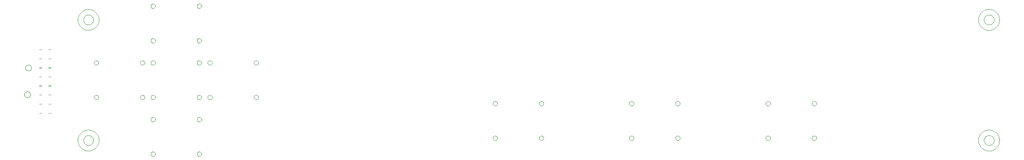
<source format=gbs>
*%FSLAX23Y23*%
*%MOIN*%
G01*
D46*
X9390Y7817D02*
D03*
Y7765D02*
D03*
X8921Y7986D02*
D03*
Y8470D02*
D03*
X8709Y7817D02*
D03*
Y7765D02*
D03*
X8717Y7521D02*
D03*
X8244Y7986D02*
D03*
Y8470D02*
D03*
X8154Y7517D02*
D03*
X7661Y7431D02*
D03*
X7732Y7568D02*
D03*
X7106Y7675D02*
D03*
D47*
X12543Y7797D02*
X12544D01*
X12543D02*
X12543Y7793D01*
X12544Y7789D01*
X12546Y7786D01*
X12549Y7783D01*
X12552Y7780D01*
X12556Y7779D01*
X12560Y7778D01*
X12564D01*
X12568Y7779D01*
X12572Y7780D01*
X12575Y7783D01*
X12578Y7786D01*
X12580Y7789D01*
X12581Y7793D01*
X12582Y7797D01*
X12583D01*
X12582D02*
X12581Y7801D01*
X12580Y7805D01*
X12578Y7809D01*
X12575Y7812D01*
X12572Y7814D01*
X12568Y7816D01*
X12564Y7817D01*
X12560D01*
X12556Y7816D01*
X12552Y7814D01*
X12549Y7812D01*
X12546Y7809D01*
X12544Y7805D01*
X12543Y7801D01*
X12543Y7797D01*
X12562D02*
D03*
X12543Y7497D02*
X12544D01*
X12543D02*
X12543Y7493D01*
X12544Y7489D01*
X12546Y7486D01*
X12549Y7483D01*
X12552Y7480D01*
X12556Y7479D01*
X12560Y7478D01*
X12564D01*
X12568Y7479D01*
X12572Y7480D01*
X12575Y7483D01*
X12578Y7486D01*
X12580Y7489D01*
X12581Y7493D01*
X12582Y7497D01*
X12583D01*
X12582D02*
X12581Y7501D01*
X12580Y7505D01*
X12578Y7509D01*
X12575Y7512D01*
X12572Y7514D01*
X12568Y7516D01*
X12564Y7517D01*
X12560D01*
X12556Y7516D01*
X12552Y7514D01*
X12549Y7512D01*
X12546Y7509D01*
X12544Y7505D01*
X12543Y7501D01*
X12543Y7497D01*
X12562D02*
D03*
X12143Y7797D02*
X12144D01*
X12143D02*
X12143Y7793D01*
X12144Y7789D01*
X12146Y7786D01*
X12149Y7783D01*
X12152Y7780D01*
X12156Y7779D01*
X12160Y7778D01*
X12164D01*
X12168Y7779D01*
X12172Y7780D01*
X12175Y7783D01*
X12178Y7786D01*
X12180Y7789D01*
X12181Y7793D01*
X12182Y7797D01*
X12183D01*
X12182D02*
X12181Y7801D01*
X12180Y7805D01*
X12178Y7809D01*
X12175Y7812D01*
X12172Y7814D01*
X12168Y7816D01*
X12164Y7817D01*
X12160D01*
X12156Y7816D01*
X12152Y7814D01*
X12149Y7812D01*
X12146Y7809D01*
X12144Y7805D01*
X12143Y7801D01*
X12143Y7797D01*
X12162D02*
D03*
X12143Y7497D02*
X12144D01*
X12143D02*
X12143Y7493D01*
X12144Y7489D01*
X12146Y7486D01*
X12149Y7483D01*
X12152Y7480D01*
X12156Y7479D01*
X12160Y7478D01*
X12164D01*
X12168Y7479D01*
X12172Y7480D01*
X12175Y7483D01*
X12178Y7486D01*
X12180Y7489D01*
X12181Y7493D01*
X12182Y7497D01*
X12183D01*
X12182D02*
X12181Y7501D01*
X12180Y7505D01*
X12178Y7509D01*
X12175Y7512D01*
X12172Y7514D01*
X12168Y7516D01*
X12164Y7517D01*
X12160D01*
X12156Y7516D01*
X12152Y7514D01*
X12149Y7512D01*
X12146Y7509D01*
X12144Y7505D01*
X12143Y7501D01*
X12143Y7497D01*
X12162D02*
D03*
X10181Y7797D02*
X10182D01*
X10181D02*
X10181Y7793D01*
X10182Y7789D01*
X10184Y7786D01*
X10187Y7783D01*
X10190Y7780D01*
X10194Y7779D01*
X10198Y7778D01*
X10202D01*
X10206Y7779D01*
X10210Y7780D01*
X10213Y7783D01*
X10216Y7786D01*
X10218Y7789D01*
X10219Y7793D01*
X10220Y7797D01*
X10221D01*
X10220D02*
X10219Y7801D01*
X10218Y7805D01*
X10216Y7809D01*
X10213Y7812D01*
X10210Y7814D01*
X10206Y7816D01*
X10202Y7817D01*
X10198D01*
X10194Y7816D01*
X10190Y7814D01*
X10187Y7812D01*
X10184Y7809D01*
X10182Y7805D01*
X10181Y7801D01*
X10181Y7797D01*
X10200D02*
D03*
X10181Y7497D02*
X10182D01*
X10181D02*
X10181Y7493D01*
X10182Y7489D01*
X10184Y7486D01*
X10187Y7483D01*
X10190Y7480D01*
X10194Y7479D01*
X10198Y7478D01*
X10202D01*
X10206Y7479D01*
X10210Y7480D01*
X10213Y7483D01*
X10216Y7486D01*
X10218Y7489D01*
X10219Y7493D01*
X10220Y7497D01*
X10221D01*
X10220D02*
X10219Y7501D01*
X10218Y7505D01*
X10216Y7509D01*
X10213Y7512D01*
X10210Y7514D01*
X10206Y7516D01*
X10202Y7517D01*
X10198D01*
X10194Y7516D01*
X10190Y7514D01*
X10187Y7512D01*
X10184Y7509D01*
X10182Y7505D01*
X10181Y7501D01*
X10181Y7497D01*
X10200D02*
D03*
X9781Y7797D02*
X9782D01*
X9781D02*
X9781Y7793D01*
X9782Y7789D01*
X9784Y7786D01*
X9787Y7783D01*
X9790Y7780D01*
X9794Y7779D01*
X9798Y7778D01*
X9802D01*
X9806Y7779D01*
X9810Y7780D01*
X9813Y7783D01*
X9816Y7786D01*
X9818Y7789D01*
X9819Y7793D01*
X9820Y7797D01*
X9821D01*
X9820D02*
X9819Y7801D01*
X9818Y7805D01*
X9816Y7809D01*
X9813Y7812D01*
X9810Y7814D01*
X9806Y7816D01*
X9802Y7817D01*
X9798D01*
X9794Y7816D01*
X9790Y7814D01*
X9787Y7812D01*
X9784Y7809D01*
X9782Y7805D01*
X9781Y7801D01*
X9781Y7797D01*
X9800D02*
D03*
X9781Y7497D02*
X9782D01*
X9781D02*
X9781Y7493D01*
X9782Y7489D01*
X9784Y7486D01*
X9787Y7483D01*
X9790Y7480D01*
X9794Y7479D01*
X9798Y7478D01*
X9802D01*
X9806Y7479D01*
X9810Y7480D01*
X9813Y7483D01*
X9816Y7486D01*
X9818Y7489D01*
X9819Y7493D01*
X9820Y7497D01*
X9821D01*
X9820D02*
X9819Y7501D01*
X9818Y7505D01*
X9816Y7509D01*
X9813Y7512D01*
X9810Y7514D01*
X9806Y7516D01*
X9802Y7517D01*
X9798D01*
X9794Y7516D01*
X9790Y7514D01*
X9787Y7512D01*
X9784Y7509D01*
X9782Y7505D01*
X9781Y7501D01*
X9781Y7497D01*
X9800D02*
D03*
X11362Y7797D02*
X11363D01*
X11362D02*
X11362Y7793D01*
X11363Y7789D01*
X11365Y7786D01*
X11368Y7783D01*
X11371Y7780D01*
X11375Y7779D01*
X11379Y7778D01*
X11383D01*
X11387Y7779D01*
X11391Y7780D01*
X11394Y7783D01*
X11397Y7786D01*
X11399Y7789D01*
X11400Y7793D01*
X11401Y7797D01*
X11402D01*
X11401D02*
X11400Y7801D01*
X11399Y7805D01*
X11397Y7809D01*
X11394Y7812D01*
X11391Y7814D01*
X11387Y7816D01*
X11383Y7817D01*
X11379D01*
X11375Y7816D01*
X11371Y7814D01*
X11368Y7812D01*
X11365Y7809D01*
X11363Y7805D01*
X11362Y7801D01*
X11362Y7797D01*
X11381D02*
D03*
X11362Y7497D02*
X11363D01*
X11362D02*
X11362Y7493D01*
X11363Y7489D01*
X11365Y7486D01*
X11368Y7483D01*
X11371Y7480D01*
X11375Y7479D01*
X11379Y7478D01*
X11383D01*
X11387Y7479D01*
X11391Y7480D01*
X11394Y7483D01*
X11397Y7486D01*
X11399Y7489D01*
X11400Y7493D01*
X11401Y7497D01*
X11402D01*
X11401D02*
X11400Y7501D01*
X11399Y7505D01*
X11397Y7509D01*
X11394Y7512D01*
X11391Y7514D01*
X11387Y7516D01*
X11383Y7517D01*
X11379D01*
X11375Y7516D01*
X11371Y7514D01*
X11368Y7512D01*
X11365Y7509D01*
X11363Y7505D01*
X11362Y7501D01*
X11362Y7497D01*
X11381D02*
D03*
X10962Y7797D02*
X10963D01*
X10962D02*
X10962Y7793D01*
X10963Y7789D01*
X10965Y7786D01*
X10968Y7783D01*
X10971Y7780D01*
X10975Y7779D01*
X10979Y7778D01*
X10983D01*
X10987Y7779D01*
X10991Y7780D01*
X10994Y7783D01*
X10997Y7786D01*
X10999Y7789D01*
X11000Y7793D01*
X11001Y7797D01*
X11002D01*
X11001D02*
X11000Y7801D01*
X10999Y7805D01*
X10997Y7809D01*
X10994Y7812D01*
X10991Y7814D01*
X10987Y7816D01*
X10983Y7817D01*
X10979D01*
X10975Y7816D01*
X10971Y7814D01*
X10968Y7812D01*
X10965Y7809D01*
X10963Y7805D01*
X10962Y7801D01*
X10962Y7797D01*
X10981D02*
D03*
X10962Y7497D02*
X10963D01*
X10962D02*
X10962Y7493D01*
X10963Y7489D01*
X10965Y7486D01*
X10968Y7483D01*
X10971Y7480D01*
X10975Y7479D01*
X10979Y7478D01*
X10983D01*
X10987Y7479D01*
X10991Y7480D01*
X10994Y7483D01*
X10997Y7486D01*
X10999Y7489D01*
X11000Y7493D01*
X11001Y7497D01*
X11002D01*
X11001D02*
X11000Y7501D01*
X10999Y7505D01*
X10997Y7509D01*
X10994Y7512D01*
X10991Y7514D01*
X10987Y7516D01*
X10983Y7517D01*
X10979D01*
X10975Y7516D01*
X10971Y7514D01*
X10968Y7512D01*
X10965Y7509D01*
X10963Y7505D01*
X10962Y7501D01*
X10962Y7497D01*
X10981D02*
D03*
X7220Y8644D02*
X7221D01*
X7220D02*
X7220Y8640D01*
X7222Y8636D01*
X7224Y8632D01*
X7226Y8629D01*
X7230Y8627D01*
X7233Y8625D01*
X7237Y8624D01*
X7241D01*
X7245Y8625D01*
X7249Y8627D01*
X7252Y8629D01*
X7255Y8632D01*
X7257Y8636D01*
X7258Y8640D01*
X7259Y8644D01*
X7260D01*
X7259D02*
X7258Y8648D01*
X7257Y8652D01*
X7255Y8655D01*
X7252Y8658D01*
X7249Y8661D01*
X7245Y8662D01*
X7241Y8663D01*
X7237D01*
X7233Y8662D01*
X7230Y8661D01*
X7226Y8658D01*
X7224Y8655D01*
X7222Y8652D01*
X7220Y8648D01*
X7220Y8644D01*
X7239D02*
D03*
X7220Y8344D02*
X7221D01*
X7220D02*
X7220Y8340D01*
X7222Y8336D01*
X7224Y8332D01*
X7226Y8329D01*
X7230Y8327D01*
X7233Y8325D01*
X7237Y8324D01*
X7241D01*
X7245Y8325D01*
X7249Y8327D01*
X7252Y8329D01*
X7255Y8332D01*
X7257Y8336D01*
X7258Y8340D01*
X7259Y8344D01*
X7260D01*
X7259D02*
X7258Y8348D01*
X7257Y8352D01*
X7255Y8355D01*
X7252Y8358D01*
X7249Y8361D01*
X7245Y8362D01*
X7241Y8363D01*
X7237D01*
X7233Y8362D01*
X7230Y8361D01*
X7226Y8358D01*
X7224Y8355D01*
X7222Y8352D01*
X7220Y8348D01*
X7220Y8344D01*
X7239D02*
D03*
X6820Y8644D02*
X6821D01*
X6820D02*
X6820Y8640D01*
X6822Y8636D01*
X6824Y8632D01*
X6826Y8629D01*
X6830Y8627D01*
X6833Y8625D01*
X6837Y8624D01*
X6841D01*
X6845Y8625D01*
X6849Y8627D01*
X6852Y8629D01*
X6855Y8632D01*
X6857Y8636D01*
X6858Y8640D01*
X6859Y8644D01*
X6860D01*
X6859D02*
X6858Y8648D01*
X6857Y8652D01*
X6855Y8655D01*
X6852Y8658D01*
X6849Y8661D01*
X6845Y8662D01*
X6841Y8663D01*
X6837D01*
X6833Y8662D01*
X6830Y8661D01*
X6826Y8658D01*
X6824Y8655D01*
X6822Y8652D01*
X6820Y8648D01*
X6820Y8644D01*
X6839D02*
D03*
X6820Y8344D02*
X6821D01*
X6820D02*
X6820Y8340D01*
X6822Y8336D01*
X6824Y8332D01*
X6826Y8329D01*
X6830Y8327D01*
X6833Y8325D01*
X6837Y8324D01*
X6841D01*
X6845Y8325D01*
X6849Y8327D01*
X6852Y8329D01*
X6855Y8332D01*
X6857Y8336D01*
X6858Y8340D01*
X6859Y8344D01*
X6860D01*
X6859D02*
X6858Y8348D01*
X6857Y8352D01*
X6855Y8355D01*
X6852Y8358D01*
X6849Y8361D01*
X6845Y8362D01*
X6841Y8363D01*
X6837D01*
X6833Y8362D01*
X6830Y8361D01*
X6826Y8358D01*
X6824Y8355D01*
X6822Y8352D01*
X6820Y8348D01*
X6820Y8344D01*
X6839D02*
D03*
X6820Y7359D02*
X6821D01*
X6820D02*
X6820Y7355D01*
X6822Y7351D01*
X6824Y7348D01*
X6826Y7345D01*
X6830Y7343D01*
X6833Y7341D01*
X6837Y7340D01*
X6841D01*
X6845Y7341D01*
X6849Y7343D01*
X6852Y7345D01*
X6855Y7348D01*
X6857Y7351D01*
X6858Y7355D01*
X6859Y7359D01*
X6860D01*
X6859D02*
X6858Y7363D01*
X6857Y7367D01*
X6855Y7371D01*
X6852Y7374D01*
X6849Y7376D01*
X6845Y7378D01*
X6841Y7379D01*
X6837D01*
X6833Y7378D01*
X6830Y7376D01*
X6826Y7374D01*
X6824Y7371D01*
X6822Y7367D01*
X6820Y7363D01*
X6820Y7359D01*
X6839D02*
D03*
X6820Y7659D02*
X6821D01*
X6820D02*
X6820Y7655D01*
X6822Y7651D01*
X6824Y7648D01*
X6826Y7645D01*
X6830Y7643D01*
X6833Y7641D01*
X6837Y7640D01*
X6841D01*
X6845Y7641D01*
X6849Y7643D01*
X6852Y7645D01*
X6855Y7648D01*
X6857Y7651D01*
X6858Y7655D01*
X6859Y7659D01*
X6860D01*
X6859D02*
X6858Y7663D01*
X6857Y7667D01*
X6855Y7671D01*
X6852Y7674D01*
X6849Y7676D01*
X6845Y7678D01*
X6841Y7679D01*
X6837D01*
X6833Y7678D01*
X6830Y7676D01*
X6826Y7674D01*
X6824Y7671D01*
X6822Y7667D01*
X6820Y7663D01*
X6820Y7659D01*
X6839D02*
D03*
X7220Y7359D02*
X7221D01*
X7220D02*
X7220Y7355D01*
X7222Y7351D01*
X7224Y7348D01*
X7226Y7345D01*
X7230Y7343D01*
X7233Y7341D01*
X7237Y7340D01*
X7241D01*
X7245Y7341D01*
X7249Y7343D01*
X7252Y7345D01*
X7255Y7348D01*
X7257Y7351D01*
X7258Y7355D01*
X7259Y7359D01*
X7260D01*
X7259D02*
X7258Y7363D01*
X7257Y7367D01*
X7255Y7371D01*
X7252Y7374D01*
X7249Y7376D01*
X7245Y7378D01*
X7241Y7379D01*
X7237D01*
X7233Y7378D01*
X7230Y7376D01*
X7226Y7374D01*
X7224Y7371D01*
X7222Y7367D01*
X7220Y7363D01*
X7220Y7359D01*
X7239D02*
D03*
X7220Y7659D02*
X7221D01*
X7220D02*
X7220Y7655D01*
X7222Y7651D01*
X7224Y7648D01*
X7226Y7645D01*
X7230Y7643D01*
X7233Y7641D01*
X7237Y7640D01*
X7241D01*
X7245Y7641D01*
X7249Y7643D01*
X7252Y7645D01*
X7255Y7648D01*
X7257Y7651D01*
X7258Y7655D01*
X7259Y7659D01*
X7260D01*
X7259D02*
X7258Y7663D01*
X7257Y7667D01*
X7255Y7671D01*
X7252Y7674D01*
X7249Y7676D01*
X7245Y7678D01*
X7241Y7679D01*
X7237D01*
X7233Y7678D01*
X7230Y7676D01*
X7226Y7674D01*
X7224Y7671D01*
X7222Y7667D01*
X7220Y7663D01*
X7220Y7659D01*
X7239D02*
D03*
X7220Y8152D02*
X7221D01*
X7220D02*
X7220Y8147D01*
X7222Y8144D01*
X7224Y8140D01*
X7226Y8137D01*
X7230Y8135D01*
X7233Y8133D01*
X7237Y8132D01*
X7241D01*
X7245Y8133D01*
X7249Y8135D01*
X7252Y8137D01*
X7255Y8140D01*
X7257Y8144D01*
X7258Y8147D01*
X7259Y8152D01*
X7260D01*
X7259D02*
X7258Y8156D01*
X7257Y8159D01*
X7255Y8163D01*
X7252Y8166D01*
X7249Y8168D01*
X7245Y8170D01*
X7241Y8171D01*
X7237D01*
X7233Y8170D01*
X7230Y8168D01*
X7226Y8166D01*
X7224Y8163D01*
X7222Y8159D01*
X7220Y8156D01*
X7220Y8152D01*
X7239D02*
D03*
X7220Y7852D02*
X7221D01*
X7220D02*
X7220Y7847D01*
X7222Y7844D01*
X7224Y7840D01*
X7226Y7837D01*
X7230Y7835D01*
X7233Y7833D01*
X7237Y7832D01*
X7241D01*
X7245Y7833D01*
X7249Y7835D01*
X7252Y7837D01*
X7255Y7840D01*
X7257Y7844D01*
X7258Y7847D01*
X7259Y7852D01*
X7260D01*
X7259D02*
X7258Y7856D01*
X7257Y7859D01*
X7255Y7863D01*
X7252Y7866D01*
X7249Y7868D01*
X7245Y7870D01*
X7241Y7871D01*
X7237D01*
X7233Y7870D01*
X7230Y7868D01*
X7226Y7866D01*
X7224Y7863D01*
X7222Y7859D01*
X7220Y7856D01*
X7220Y7852D01*
X7239D02*
D03*
X6820Y8152D02*
X6821D01*
X6820D02*
X6820Y8147D01*
X6822Y8144D01*
X6824Y8140D01*
X6826Y8137D01*
X6830Y8135D01*
X6833Y8133D01*
X6837Y8132D01*
X6841D01*
X6845Y8133D01*
X6849Y8135D01*
X6852Y8137D01*
X6855Y8140D01*
X6857Y8144D01*
X6858Y8147D01*
X6859Y8152D01*
X6860D01*
X6859D02*
X6858Y8156D01*
X6857Y8159D01*
X6855Y8163D01*
X6852Y8166D01*
X6849Y8168D01*
X6845Y8170D01*
X6841Y8171D01*
X6837D01*
X6833Y8170D01*
X6830Y8168D01*
X6826Y8166D01*
X6824Y8163D01*
X6822Y8159D01*
X6820Y8156D01*
X6820Y8152D01*
X6839D02*
D03*
X6820Y7852D02*
X6821D01*
X6820D02*
X6820Y7847D01*
X6822Y7844D01*
X6824Y7840D01*
X6826Y7837D01*
X6830Y7835D01*
X6833Y7833D01*
X6837Y7832D01*
X6841D01*
X6845Y7833D01*
X6849Y7835D01*
X6852Y7837D01*
X6855Y7840D01*
X6857Y7844D01*
X6858Y7847D01*
X6859Y7852D01*
X6860D01*
X6859D02*
X6858Y7856D01*
X6857Y7859D01*
X6855Y7863D01*
X6852Y7866D01*
X6849Y7868D01*
X6845Y7870D01*
X6841Y7871D01*
X6837D01*
X6833Y7870D01*
X6830Y7868D01*
X6826Y7866D01*
X6824Y7863D01*
X6822Y7859D01*
X6820Y7856D01*
X6820Y7852D01*
X6839D02*
D03*
X7712Y8152D02*
X7713D01*
X7712D02*
X7712Y8147D01*
X7714Y8144D01*
X7716Y8140D01*
X7718Y8137D01*
X7722Y8135D01*
X7725Y8133D01*
X7729Y8132D01*
X7734D01*
X7738Y8133D01*
X7741Y8135D01*
X7745Y8137D01*
X7747Y8140D01*
X7749Y8144D01*
X7751Y8147D01*
X7751Y8152D01*
X7752D01*
X7751D02*
X7751Y8156D01*
X7749Y8159D01*
X7747Y8163D01*
X7745Y8166D01*
X7741Y8168D01*
X7738Y8170D01*
X7734Y8171D01*
X7729D01*
X7725Y8170D01*
X7722Y8168D01*
X7718Y8166D01*
X7716Y8163D01*
X7714Y8159D01*
X7712Y8156D01*
X7712Y8152D01*
X7732D02*
D03*
X7712Y7852D02*
X7713D01*
X7712D02*
X7712Y7847D01*
X7714Y7844D01*
X7716Y7840D01*
X7718Y7837D01*
X7722Y7835D01*
X7725Y7833D01*
X7729Y7832D01*
X7734D01*
X7738Y7833D01*
X7741Y7835D01*
X7745Y7837D01*
X7747Y7840D01*
X7749Y7844D01*
X7751Y7847D01*
X7751Y7852D01*
X7752D01*
X7751D02*
X7751Y7856D01*
X7749Y7859D01*
X7747Y7863D01*
X7745Y7866D01*
X7741Y7868D01*
X7738Y7870D01*
X7734Y7871D01*
X7729D01*
X7725Y7870D01*
X7722Y7868D01*
X7718Y7866D01*
X7716Y7863D01*
X7714Y7859D01*
X7712Y7856D01*
X7712Y7852D01*
X7732D02*
D03*
X7312Y8152D02*
X7313D01*
X7312D02*
X7312Y8147D01*
X7314Y8144D01*
X7316Y8140D01*
X7318Y8137D01*
X7322Y8135D01*
X7325Y8133D01*
X7329Y8132D01*
X7334D01*
X7338Y8133D01*
X7341Y8135D01*
X7345Y8137D01*
X7347Y8140D01*
X7349Y8144D01*
X7351Y8147D01*
X7351Y8152D01*
X7352D01*
X7351D02*
X7351Y8156D01*
X7349Y8159D01*
X7347Y8163D01*
X7345Y8166D01*
X7341Y8168D01*
X7338Y8170D01*
X7334Y8171D01*
X7329D01*
X7325Y8170D01*
X7322Y8168D01*
X7318Y8166D01*
X7316Y8163D01*
X7314Y8159D01*
X7312Y8156D01*
X7312Y8152D01*
X7332D02*
D03*
X7312Y7852D02*
X7313D01*
X7312D02*
X7312Y7847D01*
X7314Y7844D01*
X7316Y7840D01*
X7318Y7837D01*
X7322Y7835D01*
X7325Y7833D01*
X7329Y7832D01*
X7334D01*
X7338Y7833D01*
X7341Y7835D01*
X7345Y7837D01*
X7347Y7840D01*
X7349Y7844D01*
X7351Y7847D01*
X7351Y7852D01*
X7352D01*
X7351D02*
X7351Y7856D01*
X7349Y7859D01*
X7347Y7863D01*
X7345Y7866D01*
X7341Y7868D01*
X7338Y7870D01*
X7334Y7871D01*
X7329D01*
X7325Y7870D01*
X7322Y7868D01*
X7318Y7866D01*
X7316Y7863D01*
X7314Y7859D01*
X7312Y7856D01*
X7312Y7852D01*
X7332D02*
D03*
X6328D02*
X6329D01*
X6328D02*
X6328Y7847D01*
X6329Y7844D01*
X6331Y7840D01*
X6334Y7837D01*
X6338Y7835D01*
X6341Y7833D01*
X6345Y7832D01*
X6349D01*
X6353Y7833D01*
X6357Y7835D01*
X6360Y7837D01*
X6363Y7840D01*
X6365Y7844D01*
X6366Y7847D01*
X6367Y7852D01*
X6368D01*
X6367D02*
X6366Y7856D01*
X6365Y7859D01*
X6363Y7863D01*
X6360Y7866D01*
X6357Y7868D01*
X6353Y7870D01*
X6349Y7871D01*
X6345D01*
X6341Y7870D01*
X6338Y7868D01*
X6334Y7866D01*
X6331Y7863D01*
X6329Y7859D01*
X6328Y7856D01*
X6328Y7852D01*
X6347D02*
D03*
X6328Y8152D02*
X6329D01*
X6328D02*
X6328Y8147D01*
X6329Y8144D01*
X6331Y8140D01*
X6334Y8137D01*
X6338Y8135D01*
X6341Y8133D01*
X6345Y8132D01*
X6349D01*
X6353Y8133D01*
X6357Y8135D01*
X6360Y8137D01*
X6363Y8140D01*
X6365Y8144D01*
X6366Y8147D01*
X6367Y8152D01*
X6368D01*
X6367D02*
X6366Y8156D01*
X6365Y8159D01*
X6363Y8163D01*
X6360Y8166D01*
X6357Y8168D01*
X6353Y8170D01*
X6349Y8171D01*
X6345D01*
X6341Y8170D01*
X6338Y8168D01*
X6334Y8166D01*
X6331Y8163D01*
X6329Y8159D01*
X6328Y8156D01*
X6328Y8152D01*
X6347D02*
D03*
X6728Y7852D02*
X6729D01*
X6728D02*
X6728Y7847D01*
X6729Y7844D01*
X6731Y7840D01*
X6734Y7837D01*
X6738Y7835D01*
X6741Y7833D01*
X6745Y7832D01*
X6749D01*
X6753Y7833D01*
X6757Y7835D01*
X6760Y7837D01*
X6763Y7840D01*
X6765Y7844D01*
X6766Y7847D01*
X6767Y7852D01*
X6768D01*
X6767D02*
X6766Y7856D01*
X6765Y7859D01*
X6763Y7863D01*
X6760Y7866D01*
X6757Y7868D01*
X6753Y7870D01*
X6749Y7871D01*
X6745D01*
X6741Y7870D01*
X6738Y7868D01*
X6734Y7866D01*
X6731Y7863D01*
X6729Y7859D01*
X6728Y7856D01*
X6728Y7852D01*
X6747D02*
D03*
X6728Y8152D02*
X6729D01*
X6728D02*
X6728Y8147D01*
X6729Y8144D01*
X6731Y8140D01*
X6734Y8137D01*
X6738Y8135D01*
X6741Y8133D01*
X6745Y8132D01*
X6749D01*
X6753Y8133D01*
X6757Y8135D01*
X6760Y8137D01*
X6763Y8140D01*
X6765Y8144D01*
X6766Y8147D01*
X6767Y8152D01*
X6768D01*
X6767D02*
X6766Y8156D01*
X6765Y8159D01*
X6763Y8163D01*
X6760Y8166D01*
X6757Y8168D01*
X6753Y8170D01*
X6749Y8171D01*
X6745D01*
X6741Y8170D01*
X6738Y8168D01*
X6734Y8166D01*
X6731Y8163D01*
X6729Y8159D01*
X6728Y8156D01*
X6728Y8152D01*
X6747D02*
D03*
D53*
X13984Y8525D02*
X13985D01*
X13984D02*
X13984Y8515D01*
X13986Y8504D01*
X13989Y8494D01*
X13994Y8484D01*
X13999Y8475D01*
X14005Y8467D01*
X14012Y8459D01*
X14020Y8452D01*
X14029Y8446D01*
X14039Y8442D01*
X14049Y8438D01*
X14059Y8436D01*
X14070Y8434D01*
X14080D01*
X14091Y8436D01*
X14101Y8438D01*
X14111Y8442D01*
X14120Y8446D01*
X14129Y8452D01*
X14137Y8459D01*
X14145Y8467D01*
X14151Y8475D01*
X14156Y8484D01*
X14160Y8494D01*
X14163Y8504D01*
X14165Y8515D01*
X14166Y8525D01*
X14167D01*
X14166D02*
X14165Y8536D01*
X14163Y8546D01*
X14160Y8556D01*
X14156Y8566D01*
X14151Y8575D01*
X14145Y8584D01*
X14137Y8591D01*
X14129Y8598D01*
X14120Y8604D01*
X14111Y8609D01*
X14101Y8612D01*
X14091Y8615D01*
X14080Y8616D01*
X14070D01*
X14059Y8615D01*
X14049Y8612D01*
X14039Y8609D01*
X14029Y8604D01*
X14020Y8598D01*
X14012Y8591D01*
X14005Y8584D01*
X13999Y8575D01*
X13994Y8566D01*
X13989Y8556D01*
X13986Y8546D01*
X13984Y8536D01*
X13984Y8525D01*
X14032D02*
X14033D01*
X14032D02*
X14033Y8516D01*
X14036Y8508D01*
X14040Y8500D01*
X14046Y8493D01*
X14053Y8488D01*
X14062Y8484D01*
X14070Y8482D01*
X14079D01*
X14088Y8484D01*
X14096Y8488D01*
X14104Y8493D01*
X14110Y8500D01*
X14114Y8508D01*
X14117Y8516D01*
X14118Y8525D01*
X14119D01*
X14118D02*
X14117Y8534D01*
X14114Y8543D01*
X14110Y8550D01*
X14104Y8557D01*
X14096Y8562D01*
X14088Y8566D01*
X14079Y8568D01*
X14070D01*
X14062Y8566D01*
X14053Y8562D01*
X14046Y8557D01*
X14040Y8550D01*
X14036Y8543D01*
X14033Y8534D01*
X14032Y8525D01*
X14075D02*
D03*
X13984Y7478D02*
X13985D01*
X13984D02*
X13984Y7467D01*
X13986Y7457D01*
X13989Y7447D01*
X13994Y7437D01*
X13999Y7428D01*
X14005Y7419D01*
X14012Y7412D01*
X14020Y7405D01*
X14029Y7399D01*
X14039Y7394D01*
X14049Y7391D01*
X14059Y7388D01*
X14070Y7387D01*
X14080D01*
X14091Y7388D01*
X14101Y7391D01*
X14111Y7394D01*
X14120Y7399D01*
X14129Y7405D01*
X14137Y7412D01*
X14145Y7419D01*
X14151Y7428D01*
X14156Y7437D01*
X14160Y7447D01*
X14163Y7457D01*
X14165Y7467D01*
X14166Y7478D01*
X14167D01*
X14166D02*
X14165Y7488D01*
X14163Y7499D01*
X14160Y7509D01*
X14156Y7519D01*
X14151Y7528D01*
X14145Y7536D01*
X14137Y7544D01*
X14129Y7551D01*
X14120Y7557D01*
X14111Y7561D01*
X14101Y7565D01*
X14091Y7568D01*
X14080Y7569D01*
X14070D01*
X14059Y7568D01*
X14049Y7565D01*
X14039Y7561D01*
X14029Y7557D01*
X14020Y7551D01*
X14012Y7544D01*
X14005Y7536D01*
X13999Y7528D01*
X13994Y7519D01*
X13989Y7509D01*
X13986Y7499D01*
X13984Y7488D01*
X13984Y7478D01*
X14032D02*
X14033D01*
X14032D02*
X14033Y7469D01*
X14036Y7460D01*
X14040Y7453D01*
X14046Y7446D01*
X14053Y7441D01*
X14062Y7437D01*
X14070Y7435D01*
X14079D01*
X14088Y7437D01*
X14096Y7441D01*
X14104Y7446D01*
X14110Y7453D01*
X14114Y7460D01*
X14117Y7469D01*
X14118Y7478D01*
X14119D01*
X14118D02*
X14117Y7487D01*
X14114Y7495D01*
X14110Y7503D01*
X14104Y7510D01*
X14096Y7515D01*
X14088Y7519D01*
X14079Y7521D01*
X14070D01*
X14062Y7519D01*
X14053Y7515D01*
X14046Y7510D01*
X14040Y7503D01*
X14036Y7495D01*
X14033Y7487D01*
X14032Y7478D01*
X14075D02*
D03*
X6189Y8525D02*
X6190D01*
X6189D02*
X6189Y8515D01*
X6191Y8504D01*
X6194Y8494D01*
X6198Y8484D01*
X6204Y8475D01*
X6210Y8467D01*
X6217Y8459D01*
X6225Y8452D01*
X6234Y8446D01*
X6244Y8442D01*
X6253Y8438D01*
X6264Y8436D01*
X6274Y8434D01*
X6285D01*
X6295Y8436D01*
X6306Y8438D01*
X6316Y8442D01*
X6325Y8446D01*
X6334Y8452D01*
X6342Y8459D01*
X6349Y8467D01*
X6356Y8475D01*
X6361Y8484D01*
X6365Y8494D01*
X6368Y8504D01*
X6370Y8515D01*
X6371Y8525D01*
X6372D01*
X6371D02*
X6370Y8536D01*
X6368Y8546D01*
X6365Y8556D01*
X6361Y8566D01*
X6356Y8575D01*
X6349Y8584D01*
X6342Y8591D01*
X6334Y8598D01*
X6325Y8604D01*
X6316Y8609D01*
X6306Y8612D01*
X6295Y8615D01*
X6285Y8616D01*
X6274D01*
X6264Y8615D01*
X6253Y8612D01*
X6244Y8609D01*
X6234Y8604D01*
X6225Y8598D01*
X6217Y8591D01*
X6210Y8584D01*
X6204Y8575D01*
X6198Y8566D01*
X6194Y8556D01*
X6191Y8546D01*
X6189Y8536D01*
X6189Y8525D01*
X6237D02*
X6238D01*
X6237D02*
X6237Y8516D01*
X6240Y8508D01*
X6245Y8500D01*
X6251Y8493D01*
X6258Y8488D01*
X6266Y8484D01*
X6275Y8482D01*
X6284D01*
X6293Y8484D01*
X6301Y8488D01*
X6308Y8493D01*
X6314Y8500D01*
X6319Y8508D01*
X6322Y8516D01*
X6323Y8525D01*
X6324D01*
X6323D02*
X6322Y8534D01*
X6319Y8543D01*
X6314Y8550D01*
X6308Y8557D01*
X6301Y8562D01*
X6293Y8566D01*
X6284Y8568D01*
X6275D01*
X6266Y8566D01*
X6258Y8562D01*
X6251Y8557D01*
X6245Y8550D01*
X6240Y8543D01*
X6237Y8534D01*
X6237Y8525D01*
X6280D02*
D03*
X5726Y7876D02*
X5727D01*
X5726D02*
X5726Y7870D01*
X5728Y7865D01*
X5731Y7860D01*
X5734Y7856D01*
X5739Y7853D01*
X5744Y7851D01*
X5749Y7849D01*
X5755D01*
X5760Y7851D01*
X5765Y7853D01*
X5770Y7856D01*
X5773Y7860D01*
X5776Y7865D01*
X5778Y7870D01*
X5778Y7876D01*
X5779D01*
X5778D02*
X5778Y7881D01*
X5776Y7886D01*
X5773Y7891D01*
X5770Y7895D01*
X5765Y7898D01*
X5760Y7900D01*
X5755Y7902D01*
X5749D01*
X5744Y7900D01*
X5739Y7898D01*
X5734Y7895D01*
X5731Y7891D01*
X5728Y7886D01*
X5726Y7881D01*
X5726Y7876D01*
X5752D02*
D03*
X5734Y8108D02*
X5735D01*
X5734D02*
X5734Y8102D01*
X5736Y8097D01*
X5739Y8092D01*
X5742Y8088D01*
X5747Y8085D01*
X5752Y8083D01*
X5757Y8082D01*
X5763D01*
X5768Y8083D01*
X5773Y8085D01*
X5777Y8088D01*
X5781Y8092D01*
X5784Y8097D01*
X5786Y8102D01*
X5786Y8108D01*
X5787D01*
X5786D02*
X5786Y8113D01*
X5784Y8119D01*
X5781Y8123D01*
X5777Y8127D01*
X5773Y8131D01*
X5768Y8133D01*
X5763Y8134D01*
X5757D01*
X5752Y8133D01*
X5747Y8131D01*
X5742Y8127D01*
X5739Y8123D01*
X5736Y8119D01*
X5734Y8113D01*
X5734Y8108D01*
X5760D02*
D03*
X6189Y7478D02*
X6190D01*
X6189D02*
X6189Y7467D01*
X6191Y7457D01*
X6194Y7447D01*
X6198Y7437D01*
X6204Y7428D01*
X6210Y7419D01*
X6217Y7412D01*
X6225Y7405D01*
X6234Y7399D01*
X6244Y7394D01*
X6253Y7391D01*
X6264Y7388D01*
X6274Y7387D01*
X6285D01*
X6295Y7388D01*
X6306Y7391D01*
X6316Y7394D01*
X6325Y7399D01*
X6334Y7405D01*
X6342Y7412D01*
X6349Y7419D01*
X6356Y7428D01*
X6361Y7437D01*
X6365Y7447D01*
X6368Y7457D01*
X6370Y7467D01*
X6371Y7478D01*
X6372D01*
X6371D02*
X6370Y7488D01*
X6368Y7499D01*
X6365Y7509D01*
X6361Y7519D01*
X6356Y7528D01*
X6349Y7536D01*
X6342Y7544D01*
X6334Y7551D01*
X6325Y7557D01*
X6316Y7561D01*
X6306Y7565D01*
X6295Y7568D01*
X6285Y7569D01*
X6274D01*
X6264Y7568D01*
X6253Y7565D01*
X6244Y7561D01*
X6234Y7557D01*
X6225Y7551D01*
X6217Y7544D01*
X6210Y7536D01*
X6204Y7528D01*
X6198Y7519D01*
X6194Y7509D01*
X6191Y7499D01*
X6189Y7488D01*
X6189Y7478D01*
X6237D02*
X6238D01*
X6237D02*
X6237Y7469D01*
X6240Y7460D01*
X6245Y7453D01*
X6251Y7446D01*
X6258Y7441D01*
X6266Y7437D01*
X6275Y7435D01*
X6284D01*
X6293Y7437D01*
X6301Y7441D01*
X6308Y7446D01*
X6314Y7453D01*
X6319Y7460D01*
X6322Y7469D01*
X6323Y7478D01*
X6324D01*
X6323D02*
X6322Y7487D01*
X6319Y7495D01*
X6314Y7503D01*
X6308Y7510D01*
X6301Y7515D01*
X6293Y7519D01*
X6284Y7521D01*
X6275D01*
X6266Y7519D01*
X6258Y7515D01*
X6251Y7510D01*
X6245Y7503D01*
X6240Y7495D01*
X6237Y7487D01*
X6237Y7478D01*
X6280D02*
D03*
D65*
X13111Y8301D02*
D03*
X13211D02*
D03*
X13111Y8065D02*
D03*
X13211D02*
D03*
X13111Y7828D02*
D03*
X13211D02*
D03*
X12037Y7927D02*
D03*
X12137D02*
D03*
D134*
X5934Y7714D02*
X5955D01*
Y7715D01*
X5934D01*
Y7714D01*
X5855Y8187D02*
X5876D01*
Y8188D01*
X5855D01*
Y8187D01*
X5934D02*
X5955D01*
Y8188D01*
X5934D01*
Y8187D01*
X5855Y8108D02*
X5876D01*
Y8109D01*
X5855D01*
Y8108D01*
X5934D02*
X5955D01*
Y8109D01*
X5934D01*
Y8108D01*
X5855Y8029D02*
X5876D01*
Y8030D01*
X5855D01*
Y8029D01*
X5934D02*
X5955D01*
Y8030D01*
X5934D01*
Y8029D01*
X5855Y7951D02*
X5876D01*
Y7952D01*
X5855D01*
Y7951D01*
X5934D02*
X5955D01*
Y7952D01*
X5934D01*
Y7951D01*
X5855Y7872D02*
X5876D01*
Y7873D01*
X5855D01*
Y7872D01*
X5934D02*
X5955D01*
Y7873D01*
X5934D01*
Y7872D01*
X5855Y7793D02*
X5876D01*
Y7794D01*
X5855D01*
Y7793D01*
X5934D02*
X5955D01*
Y7794D01*
X5934D01*
Y7793D01*
X5855Y7714D02*
X5876D01*
Y7715D01*
X5855D01*
Y7714D01*
X5934Y8266D02*
X5955D01*
Y8267D01*
X5934D01*
Y8266D01*
X5855D02*
X5876D01*
Y8267D01*
X5855D01*
Y8266D01*
D02*
M02*

</source>
